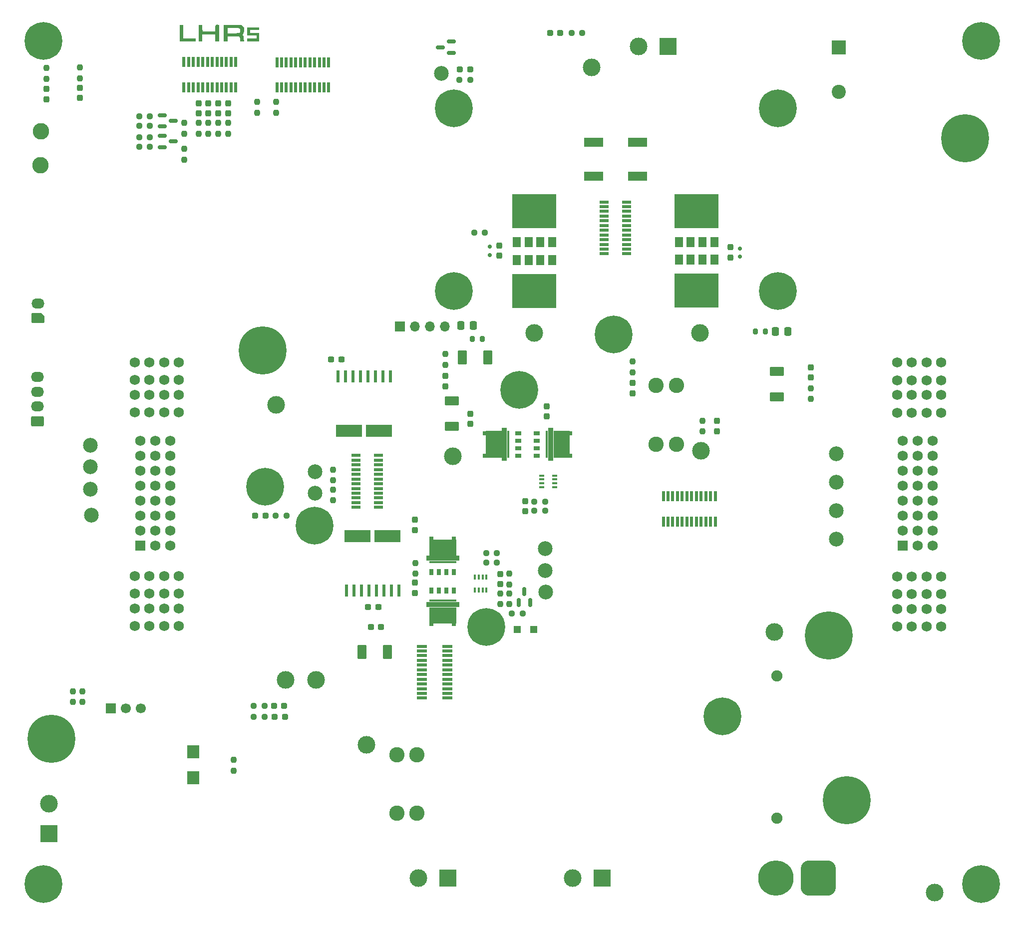
<source format=gbr>
%TF.GenerationSoftware,KiCad,Pcbnew,9.0.6*%
%TF.CreationDate,2026-01-13T22:37:07-06:00*%
%TF.ProjectId,LV Carrier Board,4c562043-6172-4726-9965-7220426f6172,rev?*%
%TF.SameCoordinates,Original*%
%TF.FileFunction,Soldermask,Top*%
%TF.FilePolarity,Negative*%
%FSLAX46Y46*%
G04 Gerber Fmt 4.6, Leading zero omitted, Abs format (unit mm)*
G04 Created by KiCad (PCBNEW 9.0.6) date 2026-01-13 22:37:07*
%MOMM*%
%LPD*%
G01*
G04 APERTURE LIST*
G04 Aperture macros list*
%AMRoundRect*
0 Rectangle with rounded corners*
0 $1 Rounding radius*
0 $2 $3 $4 $5 $6 $7 $8 $9 X,Y pos of 4 corners*
0 Add a 4 corners polygon primitive as box body*
4,1,4,$2,$3,$4,$5,$6,$7,$8,$9,$2,$3,0*
0 Add four circle primitives for the rounded corners*
1,1,$1+$1,$2,$3*
1,1,$1+$1,$4,$5*
1,1,$1+$1,$6,$7*
1,1,$1+$1,$8,$9*
0 Add four rect primitives between the rounded corners*
20,1,$1+$1,$2,$3,$4,$5,0*
20,1,$1+$1,$4,$5,$6,$7,0*
20,1,$1+$1,$6,$7,$8,$9,0*
20,1,$1+$1,$8,$9,$2,$3,0*%
%AMFreePoly0*
4,1,22,0.945671,0.830970,1.026777,0.776777,1.080970,0.695671,1.100000,0.600000,1.100000,-0.600000,1.080970,-0.695671,1.026777,-0.776777,0.945671,-0.830970,0.850000,-0.850000,-0.450000,-0.850000,-0.545671,-0.830970,-0.626777,-0.776777,-1.026777,-0.376777,-1.080970,-0.295671,-1.100000,-0.200000,-1.100000,0.600000,-1.080970,0.695671,-1.026777,0.776777,-0.945671,0.830970,-0.850000,0.850000,
0.850000,0.850000,0.945671,0.830970,0.945671,0.830970,$1*%
G04 Aperture macros list end*
%ADD10C,0.000000*%
%ADD11C,2.800000*%
%ADD12RoundRect,0.237500X0.237500X-0.300000X0.237500X0.300000X-0.237500X0.300000X-0.237500X-0.300000X0*%
%ADD13R,1.000000X0.750000*%
%ADD14R,0.480000X0.750000*%
%ADD15R,2.720000X4.560000*%
%ADD16R,0.910000X5.560000*%
%ADD17R,0.420000X4.560000*%
%ADD18C,2.500000*%
%ADD19R,4.410000X2.000000*%
%ADD20R,0.600000X2.000000*%
%ADD21FreePoly0,180.000000*%
%ADD22O,2.200000X1.700000*%
%ADD23C,3.600000*%
%ADD24C,6.400000*%
%ADD25RoundRect,0.237500X-0.237500X0.250000X-0.237500X-0.250000X0.237500X-0.250000X0.237500X0.250000X0*%
%ADD26RoundRect,0.163043X-1.036957X0.586957X-1.036957X-0.586957X1.036957X-0.586957X1.036957X0.586957X0*%
%ADD27RoundRect,0.163043X-0.586957X-1.036957X0.586957X-1.036957X0.586957X1.036957X-0.586957X1.036957X0*%
%ADD28R,1.200000X1.200000*%
%ADD29RoundRect,0.237500X0.237500X-0.250000X0.237500X0.250000X-0.237500X0.250000X-0.237500X-0.250000X0*%
%ADD30RoundRect,0.237500X-0.250000X-0.237500X0.250000X-0.237500X0.250000X0.237500X-0.250000X0.237500X0*%
%ADD31RoundRect,0.150000X0.587500X0.150000X-0.587500X0.150000X-0.587500X-0.150000X0.587500X-0.150000X0*%
%ADD32C,3.000000*%
%ADD33R,0.450000X0.900000*%
%ADD34R,1.700000X1.700000*%
%ADD35C,1.700000*%
%ADD36RoundRect,0.237500X0.250000X0.237500X-0.250000X0.237500X-0.250000X-0.237500X0.250000X-0.237500X0*%
%ADD37RoundRect,0.102000X-0.765000X0.765000X-0.765000X-0.765000X0.765000X-0.765000X0.765000X0.765000X0*%
%ADD38C,1.734000*%
%ADD39RoundRect,0.200000X-0.200000X-0.275000X0.200000X-0.275000X0.200000X0.275000X-0.200000X0.275000X0*%
%ADD40RoundRect,0.250000X-0.337500X-0.475000X0.337500X-0.475000X0.337500X0.475000X-0.337500X0.475000X0*%
%ADD41RoundRect,0.237500X-0.237500X0.300000X-0.237500X-0.300000X0.237500X-0.300000X0.237500X0.300000X0*%
%ADD42RoundRect,0.150000X-0.587500X-0.150000X0.587500X-0.150000X0.587500X0.150000X-0.587500X0.150000X0*%
%ADD43RoundRect,0.237500X0.300000X0.237500X-0.300000X0.237500X-0.300000X-0.237500X0.300000X-0.237500X0*%
%ADD44RoundRect,0.150000X0.150000X-0.587500X0.150000X0.587500X-0.150000X0.587500X-0.150000X-0.587500X0*%
%ADD45RoundRect,0.237500X0.287500X0.237500X-0.287500X0.237500X-0.287500X-0.237500X0.287500X-0.237500X0*%
%ADD46RoundRect,0.237500X0.237500X-0.287500X0.237500X0.287500X-0.237500X0.287500X-0.237500X-0.287500X0*%
%ADD47R,2.150000X2.250000*%
%ADD48C,8.115000*%
%ADD49O,1.700000X1.700000*%
%ADD50RoundRect,0.102000X-0.590000X0.765000X-0.590000X-0.765000X0.590000X-0.765000X0.590000X0.765000X0*%
%ADD51RoundRect,0.102000X-3.605000X2.815000X-3.605000X-2.815000X3.605000X-2.815000X3.605000X2.815000X0*%
%ADD52R,3.000000X3.000000*%
%ADD53RoundRect,0.237500X-0.287500X-0.237500X0.287500X-0.237500X0.287500X0.237500X-0.287500X0.237500X0*%
%ADD54R,2.400000X2.400000*%
%ADD55C,2.400000*%
%ADD56R,3.250000X1.550000*%
%ADD57RoundRect,0.237500X-0.300000X-0.237500X0.300000X-0.237500X0.300000X0.237500X-0.300000X0.237500X0*%
%ADD58R,1.500000X0.550000*%
%ADD59RoundRect,0.200000X0.200000X0.275000X-0.200000X0.275000X-0.200000X-0.275000X0.200000X-0.275000X0*%
%ADD60RoundRect,0.150000X-0.200000X0.150000X-0.200000X-0.150000X0.200000X-0.150000X0.200000X0.150000X0*%
%ADD61RoundRect,0.102000X0.590000X-0.765000X0.590000X0.765000X-0.590000X0.765000X-0.590000X-0.765000X0*%
%ADD62RoundRect,0.102000X3.605000X-2.815000X3.605000X2.815000X-3.605000X2.815000X-3.605000X-2.815000X0*%
%ADD63RoundRect,0.237500X-0.237500X0.287500X-0.237500X-0.287500X0.237500X-0.287500X0.237500X0.287500X0*%
%ADD64R,0.550000X1.800000*%
%ADD65C,2.604000*%
%ADD66R,0.750000X1.000000*%
%ADD67R,0.750000X0.480000*%
%ADD68R,4.560000X2.720000*%
%ADD69R,5.560000X0.910000*%
%ADD70R,4.560000X0.420000*%
%ADD71RoundRect,0.150000X0.200000X-0.150000X0.200000X0.150000X-0.200000X0.150000X-0.200000X-0.150000X0*%
%ADD72RoundRect,1.500000X1.500000X1.500000X-1.500000X1.500000X-1.500000X-1.500000X1.500000X-1.500000X0*%
%ADD73C,6.000000*%
%ADD74C,1.905000*%
%ADD75R,1.800000X0.550000*%
%ADD76RoundRect,0.250000X0.337500X0.475000X-0.337500X0.475000X-0.337500X-0.475000X0.337500X-0.475000X0*%
%ADD77RoundRect,0.250000X0.850000X0.600000X-0.850000X0.600000X-0.850000X-0.600000X0.850000X-0.600000X0*%
%ADD78R,0.900000X0.450000*%
G04 APERTURE END LIST*
D10*
%TO.C,LOGO2*%
G36*
X41750794Y-25396905D02*
G01*
X41775993Y-26530833D01*
X42796528Y-26544476D01*
X43817064Y-26558119D01*
X43817064Y-26809059D01*
X43817064Y-27060000D01*
X42480751Y-27060000D01*
X41144438Y-27060000D01*
X41157834Y-25661488D01*
X41171231Y-24262976D01*
X41448413Y-24262976D01*
X41725596Y-24262976D01*
X41750794Y-25396905D01*
G37*
G36*
X54615873Y-24910198D02*
G01*
X54615873Y-25136984D01*
X53834722Y-25136984D01*
X53053571Y-25136984D01*
X53053571Y-25388968D01*
X53053571Y-25640952D01*
X53834722Y-25640952D01*
X54615873Y-25640952D01*
X54615873Y-26346508D01*
X54615873Y-27052063D01*
X53607936Y-27052063D01*
X52600000Y-27052063D01*
X52600000Y-26825278D01*
X52600000Y-26598492D01*
X53381151Y-26598492D01*
X54162301Y-26598492D01*
X54162301Y-26346508D01*
X54162301Y-26094524D01*
X53381151Y-26094524D01*
X52600000Y-26094524D01*
X52600000Y-25388968D01*
X52600000Y-24683413D01*
X53607936Y-24683413D01*
X54615873Y-24683413D01*
X54615873Y-24910198D01*
G37*
G36*
X47626828Y-24246870D02*
G01*
X47823612Y-24262976D01*
X47837008Y-25661488D01*
X47850404Y-27060000D01*
X47523678Y-27060000D01*
X47196952Y-27060000D01*
X47182703Y-26493036D01*
X47168453Y-25926071D01*
X46073982Y-25912494D01*
X44979510Y-25898916D01*
X44965251Y-26466859D01*
X44950993Y-27034801D01*
X44635211Y-27049826D01*
X44319429Y-27064851D01*
X44332830Y-25663914D01*
X44346231Y-24262976D01*
X44602691Y-24248025D01*
X44801790Y-24252861D01*
X44910363Y-24295420D01*
X44915728Y-24301244D01*
X44941275Y-24378573D01*
X44964051Y-24531243D01*
X44980876Y-24733801D01*
X44986847Y-24870561D01*
X45001389Y-25371706D01*
X46084921Y-25371706D01*
X47168453Y-25371706D01*
X47182752Y-24830474D01*
X47192061Y-24572555D01*
X47211771Y-24399779D01*
X47253781Y-24296509D01*
X47329990Y-24247105D01*
X47452298Y-24235930D01*
X47626828Y-24246870D01*
G37*
G36*
X49856389Y-24242880D02*
G01*
X50179517Y-24246724D01*
X50647725Y-24255193D01*
X51025655Y-24267869D01*
X51323823Y-24288856D01*
X51552744Y-24322257D01*
X51722934Y-24372178D01*
X51844908Y-24442721D01*
X51929182Y-24537992D01*
X51986272Y-24662094D01*
X52026693Y-24819132D01*
X52055352Y-24978856D01*
X52065781Y-25181314D01*
X52042188Y-25403805D01*
X51991695Y-25612348D01*
X51921422Y-25772966D01*
X51877371Y-25828160D01*
X51813130Y-25894076D01*
X51813297Y-25946382D01*
X51880288Y-26026572D01*
X51889499Y-26036385D01*
X51945563Y-26111351D01*
X51982230Y-26208775D01*
X52005316Y-26353634D01*
X52020634Y-26570905D01*
X52022438Y-26607429D01*
X52044076Y-27060000D01*
X51710332Y-27060000D01*
X51376588Y-27060000D01*
X51376588Y-26764415D01*
X51364342Y-26557713D01*
X51321898Y-26414351D01*
X51272136Y-26336042D01*
X51167685Y-26203254D01*
X50213803Y-26203254D01*
X49259921Y-26203254D01*
X49259921Y-26631627D01*
X49259921Y-27060000D01*
X48932342Y-27060000D01*
X48604762Y-27060000D01*
X48604762Y-25675047D01*
X48604762Y-25212116D01*
X48604762Y-24792143D01*
X49259921Y-24792143D01*
X49259921Y-25212116D01*
X49264188Y-25409653D01*
X49275542Y-25567374D01*
X49291816Y-25659012D01*
X49297719Y-25670099D01*
X49357819Y-25681199D01*
X49502244Y-25689204D01*
X49714564Y-25693761D01*
X49978345Y-25694519D01*
X50277158Y-25691126D01*
X50278719Y-25691098D01*
X50615482Y-25684007D01*
X50865965Y-25675610D01*
X51044681Y-25664404D01*
X51166141Y-25648885D01*
X51244859Y-25627551D01*
X51295349Y-25598897D01*
X51311853Y-25584093D01*
X51377195Y-25465962D01*
X51401407Y-25274497D01*
X51401786Y-25239462D01*
X51391791Y-25070129D01*
X51353410Y-24963196D01*
X51282810Y-24888484D01*
X51232720Y-24854546D01*
X51168423Y-24829601D01*
X51074814Y-24812287D01*
X50936788Y-24801247D01*
X50739240Y-24795123D01*
X50467064Y-24792554D01*
X50211878Y-24792143D01*
X49259921Y-24792143D01*
X48604762Y-24792143D01*
X48604762Y-24290095D01*
X48730608Y-24258509D01*
X48813764Y-24250726D01*
X48982805Y-24245150D01*
X49222847Y-24241903D01*
X49519004Y-24241106D01*
X49856389Y-24242880D01*
G37*
%TD*%
D11*
%TO.C,TP23*%
X17550000Y-48100000D03*
%TD*%
%TO.C,TP20*%
X17600000Y-42350000D03*
%TD*%
D12*
%TO.C,C12*%
X103400000Y-90662500D03*
X103400000Y-88937500D03*
%TD*%
%TO.C,CMOSFET1*%
X134500000Y-63712500D03*
X134500000Y-61987500D03*
%TD*%
D13*
%TO.C,Q9*%
X101720000Y-93500000D03*
X101720000Y-94770000D03*
X101720000Y-96040000D03*
X101720000Y-97310000D03*
D14*
X107480000Y-97310000D03*
X107480000Y-93500000D03*
D15*
X105880000Y-95405000D03*
D16*
X104065000Y-95405000D03*
D17*
X103400000Y-95405000D03*
%TD*%
D18*
%TO.C,TP4*%
X152500000Y-111500000D03*
%TD*%
%TO.C,TP13*%
X152500000Y-97000000D03*
%TD*%
D19*
%TO.C,IC4*%
X76400000Y-110950000D03*
X71320000Y-110950000D03*
D20*
X69415000Y-120250000D03*
X70685000Y-120250000D03*
X71955000Y-120250000D03*
X73225000Y-120250000D03*
X74495000Y-120250000D03*
X75765000Y-120250000D03*
X77035000Y-120250000D03*
X78305000Y-120250000D03*
%TD*%
D21*
%TO.C,J4*%
X17070000Y-74000000D03*
D22*
X17070000Y-71500000D03*
%TD*%
D23*
%TO.C,H5*%
X114700000Y-76800000D03*
D24*
X114700000Y-76800000D03*
%TD*%
D25*
%TO.C,R12*%
X18550000Y-31562500D03*
X18550000Y-33387500D03*
%TD*%
D26*
%TO.C,D27*%
X87300000Y-88050000D03*
X87300000Y-92350000D03*
%TD*%
D27*
%TO.C,D26*%
X72049999Y-130600000D03*
X76349999Y-130600000D03*
%TD*%
D28*
%TO.C,D5*%
X98400000Y-126800000D03*
X101199998Y-126800000D03*
%TD*%
D29*
%TO.C,R37*%
X129750000Y-93212500D03*
X129750000Y-91387500D03*
%TD*%
D30*
%TO.C,R44*%
X93087500Y-113900000D03*
X94912500Y-113900000D03*
%TD*%
%TO.C,R21*%
X34275000Y-39800000D03*
X36100000Y-39800000D03*
%TD*%
D31*
%TO.C,D1*%
X87187500Y-29000000D03*
X87187500Y-27100000D03*
X85312500Y-28050000D03*
%TD*%
D32*
%TO.C,TP26*%
X59100000Y-135400000D03*
%TD*%
%TO.C,TP19*%
X57500000Y-88700000D03*
%TD*%
D18*
%TO.C,TP12*%
X26000000Y-95600000D03*
%TD*%
D30*
%TO.C,R13*%
X101287500Y-105100000D03*
X103112500Y-105100000D03*
%TD*%
D33*
%TO.C,IC1*%
X91200000Y-120100000D03*
X91850000Y-120100000D03*
X92500000Y-120100000D03*
X93150000Y-120100000D03*
X93150000Y-117900000D03*
X92500000Y-117900000D03*
X91850000Y-117900000D03*
X91200000Y-117900000D03*
%TD*%
D34*
%TO.C,J13*%
X29420000Y-140185000D03*
D35*
X31960000Y-140185000D03*
X34500000Y-140185000D03*
%TD*%
D36*
%TO.C,R1*%
X94912500Y-115500000D03*
X93087500Y-115500000D03*
%TD*%
D32*
%TO.C,TP9*%
X129500000Y-96500000D03*
%TD*%
D29*
%TO.C,R11*%
X41900000Y-47112500D03*
X41900000Y-45287500D03*
%TD*%
D36*
%TO.C,R22*%
X36100000Y-41400000D03*
X34275000Y-41400000D03*
%TD*%
D32*
%TO.C,TP21*%
X72800000Y-146400000D03*
%TD*%
D37*
%TO.C,U2*%
X163710000Y-112630000D03*
D38*
X163710000Y-110090000D03*
X163710000Y-107550000D03*
X163710000Y-105010000D03*
X163710000Y-102470000D03*
X163710000Y-99930000D03*
X163710000Y-97390000D03*
X163710000Y-94850000D03*
X166250000Y-112630000D03*
X166250000Y-110090000D03*
X166250000Y-107550000D03*
X166250000Y-105010000D03*
X166250000Y-102470000D03*
X166250000Y-99930000D03*
X166250000Y-97390000D03*
X166250000Y-94850000D03*
X168790000Y-112630000D03*
X168790000Y-110090000D03*
X168790000Y-107550000D03*
X168790000Y-105010000D03*
X168790000Y-102470000D03*
X168790000Y-99930000D03*
X168790000Y-97390000D03*
X168790000Y-94850000D03*
X170300000Y-123300000D03*
X167800000Y-123300000D03*
X165300000Y-123300000D03*
X162800000Y-123300000D03*
X170300000Y-126300000D03*
X167800000Y-126300000D03*
X165300000Y-126300000D03*
X162800000Y-126300000D03*
X170300000Y-117800000D03*
X167800000Y-117800000D03*
X165300000Y-117800000D03*
X162800000Y-117800000D03*
X170300000Y-120800000D03*
X167800000Y-120800000D03*
X165300000Y-120800000D03*
X162800000Y-120800000D03*
X170300000Y-87040000D03*
X167800000Y-87040000D03*
X165300000Y-87040000D03*
X162800000Y-87040000D03*
X170300000Y-90040000D03*
X167800000Y-90040000D03*
X165300000Y-90040000D03*
X162800000Y-90040000D03*
X170300000Y-81540000D03*
X167800000Y-81540000D03*
X165300000Y-81540000D03*
X162800000Y-81540000D03*
X170300000Y-84540000D03*
X167800000Y-84540000D03*
X165300000Y-84540000D03*
X162800000Y-84540000D03*
%TD*%
D39*
%TO.C,R3*%
X138800000Y-76300000D03*
X140450000Y-76300000D03*
%TD*%
D40*
%TO.C,C1*%
X142162500Y-76300000D03*
X144237500Y-76300000D03*
%TD*%
D41*
%TO.C,C13*%
X46000000Y-37537500D03*
X46000000Y-39262500D03*
%TD*%
D36*
%TO.C,R24*%
X36100000Y-44900000D03*
X34275000Y-44900000D03*
%TD*%
D25*
%TO.C,R18*%
X24200000Y-31487500D03*
X24200000Y-33312500D03*
%TD*%
D42*
%TO.C,Q11*%
X38162500Y-43100000D03*
X38162500Y-45000000D03*
X40037500Y-44050000D03*
%TD*%
D18*
%TO.C,TP2*%
X26000000Y-99200000D03*
%TD*%
D25*
%TO.C,R14*%
X97050000Y-120700000D03*
X97050000Y-122525000D03*
%TD*%
D43*
%TO.C,C8*%
X75262500Y-126400000D03*
X73537500Y-126400000D03*
%TD*%
D44*
%TO.C,Q6*%
X98650000Y-122280000D03*
X100550000Y-122280000D03*
X99600000Y-120404999D03*
%TD*%
D36*
%TO.C,R28*%
X59262500Y-107550000D03*
X57437500Y-107550000D03*
%TD*%
D45*
%TO.C,D2*%
X58987500Y-141600000D03*
X57237500Y-141600000D03*
%TD*%
D46*
%TO.C,D20*%
X117900000Y-86775000D03*
X117900000Y-85025000D03*
%TD*%
D47*
%TO.C,D13*%
X43470000Y-147595000D03*
X43470000Y-151995000D03*
%TD*%
D32*
%TO.C,TP25*%
X64300000Y-135400000D03*
%TD*%
D29*
%TO.C,R31*%
X148200000Y-87712500D03*
X148200000Y-85887500D03*
%TD*%
D18*
%TO.C,TP6*%
X152500000Y-106666667D03*
%TD*%
%TO.C,TP1*%
X26200000Y-107400000D03*
%TD*%
D25*
%TO.C,R29*%
X81100000Y-115537500D03*
X81100000Y-117362500D03*
%TD*%
D30*
%TO.C,R36*%
X91075000Y-59500000D03*
X92900000Y-59500000D03*
%TD*%
D25*
%TO.C,R27*%
X86150000Y-80112500D03*
X86150000Y-81937500D03*
%TD*%
D12*
%TO.C,C9*%
X90400000Y-91962500D03*
X90400000Y-90237500D03*
%TD*%
D48*
%TO.C,J16*%
X19390000Y-145350000D03*
%TD*%
D34*
%TO.C,J7*%
X78520000Y-75400000D03*
D49*
X81060000Y-75400000D03*
X83600000Y-75400000D03*
X86140000Y-75400000D03*
%TD*%
D48*
%TO.C,J15*%
X154300000Y-155740000D03*
%TD*%
D50*
%TO.C,Q1*%
X131800000Y-64100000D03*
X129800000Y-64100000D03*
X127800000Y-64100000D03*
X125800000Y-64100000D03*
D51*
X128800000Y-69350000D03*
%TD*%
D52*
%TO.C,J8*%
X112800000Y-169000000D03*
D32*
X107800000Y-169000000D03*
%TD*%
D53*
%TO.C,D8*%
X103925000Y-25600000D03*
X105675000Y-25600000D03*
%TD*%
D29*
%TO.C,R30*%
X67175000Y-104912500D03*
X67175000Y-103087500D03*
%TD*%
%TO.C,R42*%
X24600000Y-139112500D03*
X24600000Y-137287500D03*
%TD*%
D30*
%TO.C,R15*%
X97487500Y-124100000D03*
X99312500Y-124100000D03*
%TD*%
D53*
%TO.C,D15*%
X53962500Y-107550000D03*
X55712500Y-107550000D03*
%TD*%
D29*
%TO.C,R8*%
X54250000Y-39162500D03*
X54250000Y-37337500D03*
%TD*%
D50*
%TO.C,Q3*%
X104300000Y-64125000D03*
X102300000Y-64125000D03*
X100300000Y-64125000D03*
X98300000Y-64125000D03*
D51*
X101300000Y-69375000D03*
%TD*%
D32*
%TO.C,TP11*%
X87450000Y-97400000D03*
%TD*%
D54*
%TO.C,C3*%
X152900000Y-28087246D03*
D55*
X152900000Y-35587246D03*
%TD*%
D56*
%TO.C,R6*%
X111300000Y-49900000D03*
X111300000Y-44200000D03*
%TD*%
D57*
%TO.C,C5*%
X66837500Y-81050000D03*
X68562500Y-81050000D03*
%TD*%
D29*
%TO.C,R34*%
X67175000Y-101537500D03*
X67175000Y-99712500D03*
%TD*%
D18*
%TO.C,TP27*%
X64050000Y-100050000D03*
%TD*%
D48*
%TO.C,J14*%
X151250000Y-127840000D03*
%TD*%
D37*
%TO.C,U4*%
X34420000Y-112580000D03*
D38*
X34420000Y-110040000D03*
X34420000Y-107500000D03*
X34420000Y-104960000D03*
X34420000Y-102420000D03*
X34420000Y-99880000D03*
X34420000Y-97340000D03*
X34420000Y-94800000D03*
X36960000Y-112580000D03*
X36960000Y-110040000D03*
X36960000Y-107500000D03*
X36960000Y-104960000D03*
X36960000Y-102420000D03*
X36960000Y-99880000D03*
X36960000Y-97340000D03*
X36960000Y-94800000D03*
X39500000Y-112580000D03*
X39500000Y-110040000D03*
X39500000Y-107500000D03*
X39500000Y-104960000D03*
X39500000Y-102420000D03*
X39500000Y-99880000D03*
X39500000Y-97340000D03*
X39500000Y-94800000D03*
X41010000Y-123250000D03*
X38510000Y-123250000D03*
X36010000Y-123250000D03*
X33510000Y-123250000D03*
X41010000Y-126250000D03*
X38510000Y-126250000D03*
X36010000Y-126250000D03*
X33510000Y-126250000D03*
X41010000Y-117750000D03*
X38510000Y-117750000D03*
X36010000Y-117750000D03*
X33510000Y-117750000D03*
X41010000Y-120750000D03*
X38510000Y-120750000D03*
X36010000Y-120750000D03*
X33510000Y-120750000D03*
X41010000Y-86990000D03*
X38510000Y-86990000D03*
X36010000Y-86990000D03*
X33510000Y-86990000D03*
X41010000Y-89990000D03*
X38510000Y-89990000D03*
X36010000Y-89990000D03*
X33510000Y-89990000D03*
X41010000Y-81490000D03*
X38510000Y-81490000D03*
X36010000Y-81490000D03*
X33510000Y-81490000D03*
X41010000Y-84490000D03*
X38510000Y-84490000D03*
X36010000Y-84490000D03*
X33510000Y-84490000D03*
%TD*%
D32*
%TO.C,TP14*%
X111000000Y-31500000D03*
%TD*%
D58*
%TO.C,J6*%
X113150000Y-54300000D03*
X116950000Y-54300000D03*
X113150000Y-55100000D03*
X116950000Y-55100000D03*
X113150000Y-55900000D03*
X116950000Y-55900000D03*
X113150000Y-56700000D03*
X116950000Y-56700000D03*
X113150000Y-57500000D03*
X116950000Y-57500000D03*
X113150000Y-58300000D03*
X116950000Y-58300000D03*
X113150000Y-59100000D03*
X116950000Y-59100000D03*
X113150000Y-59900000D03*
X116950000Y-59900000D03*
X113150000Y-60700000D03*
X116950000Y-60700000D03*
X113150000Y-61500000D03*
X116950000Y-61500000D03*
X113150000Y-62300000D03*
X116950000Y-62300000D03*
X113150000Y-63100000D03*
X116950000Y-63100000D03*
D23*
X142600000Y-69400000D03*
D24*
X142600000Y-69400000D03*
D23*
X142600000Y-38400000D03*
D24*
X142600000Y-38400000D03*
D23*
X87600000Y-69400000D03*
D24*
X87600000Y-69400000D03*
D23*
X87600000Y-38400000D03*
D24*
X87600000Y-38400000D03*
%TD*%
D32*
%TO.C,TP15*%
X169200000Y-171400000D03*
%TD*%
D59*
%TO.C,R4*%
X92425000Y-77500000D03*
X90775000Y-77500000D03*
%TD*%
D18*
%TO.C,TP10*%
X85500000Y-32500000D03*
%TD*%
D52*
%TO.C,J12*%
X19000000Y-161400000D03*
D32*
X19000000Y-156400000D03*
%TD*%
D25*
%TO.C,R41*%
X95500000Y-120700000D03*
X95500000Y-122525000D03*
%TD*%
D46*
%TO.C,D14*%
X86200000Y-85575000D03*
X86200000Y-83825000D03*
%TD*%
D18*
%TO.C,TP8*%
X103100000Y-116800000D03*
%TD*%
D23*
%TO.C,H2*%
X177000000Y-27000000D03*
D24*
X177000000Y-27000000D03*
%TD*%
D23*
%TO.C,H3*%
X177000000Y-170000000D03*
D24*
X177000000Y-170000000D03*
%TD*%
D60*
%TO.C,D9*%
X136100000Y-63575000D03*
X136100000Y-62175000D03*
%TD*%
D48*
%TO.C,J11*%
X174350000Y-43500000D03*
%TD*%
D29*
%TO.C,R7*%
X57500000Y-39162500D03*
X57500000Y-37337500D03*
%TD*%
%TO.C,R10*%
X41900000Y-42712500D03*
X41900000Y-40887500D03*
%TD*%
D41*
%TO.C,C15*%
X49333333Y-37537500D03*
X49333333Y-39262500D03*
%TD*%
%TO.C,CMOSFET3*%
X95300000Y-61712500D03*
X95300000Y-63437500D03*
%TD*%
D61*
%TO.C,Q4*%
X98300000Y-61125000D03*
X100300000Y-61125000D03*
X102300000Y-61125000D03*
X104300000Y-61125000D03*
D62*
X101300000Y-55875000D03*
%TD*%
D63*
%TO.C,D19*%
X148200000Y-82325000D03*
X148200000Y-84075000D03*
%TD*%
D46*
%TO.C,D22*%
X132250000Y-93175000D03*
X132250000Y-91425000D03*
%TD*%
D19*
%TO.C,IC3*%
X69860000Y-93150000D03*
X74940000Y-93150000D03*
D20*
X76845000Y-83850000D03*
X75575000Y-83850000D03*
X74305000Y-83850000D03*
X73035000Y-83850000D03*
X71765000Y-83850000D03*
X70495000Y-83850000D03*
X69225000Y-83850000D03*
X67955000Y-83850000D03*
%TD*%
D32*
%TO.C,TP18*%
X101300000Y-76500000D03*
%TD*%
D45*
%TO.C,D7*%
X58875000Y-139800000D03*
X57125000Y-139800000D03*
%TD*%
D18*
%TO.C,TP7*%
X103200000Y-120500000D03*
%TD*%
D46*
%TO.C,D16*%
X81050000Y-120625000D03*
X81050000Y-118875000D03*
%TD*%
D25*
%TO.C,R32*%
X117900000Y-81387500D03*
X117900000Y-83212500D03*
%TD*%
D29*
%TO.C,R45*%
X49333333Y-42712500D03*
X49333333Y-40887500D03*
%TD*%
D61*
%TO.C,Q2*%
X125800000Y-61100000D03*
X127800000Y-61100000D03*
X129800000Y-61100000D03*
X131800000Y-61100000D03*
D62*
X128800000Y-55850000D03*
%TD*%
D23*
%TO.C,H4*%
X18000000Y-170000000D03*
D24*
X18000000Y-170000000D03*
%TD*%
D30*
%TO.C,R26*%
X88575000Y-33600000D03*
X90400000Y-33600000D03*
%TD*%
D41*
%TO.C,C6*%
X95496828Y-117388207D03*
X95496828Y-119113207D03*
%TD*%
D52*
%TO.C,J9*%
X123950000Y-27900000D03*
D32*
X118950000Y-27900000D03*
%TD*%
%TO.C,TP17*%
X142000000Y-127200000D03*
%TD*%
D23*
%TO.C,H1*%
X18000000Y-27000000D03*
D24*
X18000000Y-27000000D03*
%TD*%
D13*
%TO.C,Q7*%
X98560000Y-97310000D03*
X98560000Y-96040000D03*
X98560000Y-94770000D03*
X98560000Y-93500000D03*
D14*
X92800000Y-93500000D03*
X92800000Y-97310000D03*
D15*
X94400000Y-95405000D03*
D16*
X96215000Y-95405000D03*
D17*
X96880000Y-95405000D03*
%TD*%
D18*
%TO.C,TP16*%
X64050000Y-103700000D03*
%TD*%
D46*
%TO.C,D12*%
X24200000Y-36675000D03*
X24200000Y-34925000D03*
%TD*%
D25*
%TO.C,R33*%
X97050707Y-117338207D03*
X97050707Y-119163207D03*
%TD*%
D26*
%TO.C,D3*%
X142400000Y-83049999D03*
X142400000Y-87349999D03*
%TD*%
D32*
%TO.C,TP22*%
X129400000Y-76500000D03*
%TD*%
D64*
%TO.C,U5*%
X57613911Y-34900002D03*
X57613910Y-30600061D03*
X58413910Y-34900061D03*
X58413910Y-30600000D03*
X59213910Y-34900061D03*
X59213911Y-30600000D03*
X60013910Y-34900061D03*
X60013909Y-30600000D03*
X60813910Y-34900061D03*
X60813910Y-30600000D03*
X61613910Y-34900061D03*
X61613908Y-30600000D03*
X62413910Y-34900061D03*
X62413909Y-30600000D03*
X63213910Y-34900061D03*
X63213910Y-30600000D03*
X64013909Y-34900002D03*
X64013909Y-30600000D03*
X64813909Y-34900002D03*
X64813909Y-30600000D03*
X65613908Y-34900002D03*
X65613908Y-30600000D03*
X66413909Y-34900002D03*
X66413909Y-30600000D03*
X41859933Y-34850002D03*
X41859933Y-30550000D03*
X42659932Y-34850002D03*
X42659932Y-30550000D03*
X43459933Y-34850002D03*
X43459933Y-30550000D03*
X44259931Y-34850002D03*
X44259931Y-30550000D03*
X45059932Y-34850002D03*
X45059932Y-30550000D03*
X45859930Y-34850002D03*
X45859930Y-30550000D03*
X46659931Y-34850002D03*
X46659931Y-30550000D03*
X47459932Y-34850002D03*
X47459932Y-30550000D03*
X48259931Y-34850002D03*
X48259931Y-30550000D03*
X49059931Y-34850002D03*
X49059931Y-30550000D03*
X49859930Y-34850002D03*
X49859930Y-30550000D03*
X50659931Y-34850002D03*
X50659931Y-30550000D03*
%TD*%
D18*
%TO.C,TP5*%
X152500000Y-101833333D03*
%TD*%
D52*
%TO.C,J5*%
X86600000Y-169000000D03*
D32*
X81600000Y-169000000D03*
%TD*%
D30*
%TO.C,R19*%
X53687500Y-139800000D03*
X55512500Y-139800000D03*
%TD*%
D29*
%TO.C,R38*%
X50280000Y-150762500D03*
X50280000Y-148937500D03*
%TD*%
D65*
%TO.C,F1*%
X78000000Y-157960000D03*
X81400000Y-157960000D03*
X78000000Y-148040000D03*
X81400000Y-148040000D03*
%TD*%
D66*
%TO.C,Q8*%
X83840000Y-117080000D03*
X85110000Y-117080000D03*
X86380000Y-117080000D03*
X87650000Y-117080000D03*
D67*
X87650000Y-111320000D03*
X83840000Y-111320000D03*
D68*
X85745000Y-112920000D03*
D69*
X85745000Y-114735000D03*
D70*
X85745000Y-115400000D03*
%TD*%
D18*
%TO.C,TP28*%
X103100000Y-113075000D03*
%TD*%
D30*
%TO.C,R16*%
X53687500Y-141600000D03*
X55512500Y-141600000D03*
%TD*%
D29*
%TO.C,R43*%
X22999491Y-139108827D03*
X22999491Y-137283827D03*
%TD*%
D65*
%TO.C,F3*%
X121950000Y-95360000D03*
X125350000Y-95360000D03*
X121950000Y-85440000D03*
X125350000Y-85440000D03*
%TD*%
D53*
%TO.C,D10*%
X88657500Y-31800000D03*
X90407500Y-31800000D03*
%TD*%
D71*
%TO.C,D11*%
X93700000Y-61900000D03*
X93700000Y-63300000D03*
%TD*%
D36*
%TO.C,R39*%
X103112500Y-106700000D03*
X101287500Y-106700000D03*
%TD*%
D56*
%TO.C,R5*%
X118818020Y-49900000D03*
X118818020Y-44200000D03*
%TD*%
D48*
%TO.C,J10*%
X55200000Y-79500000D03*
%TD*%
D12*
%TO.C,C10*%
X81000000Y-109925000D03*
X81000000Y-108200000D03*
%TD*%
D42*
%TO.C,Q10*%
X38162500Y-39600000D03*
X38162500Y-41500000D03*
X40037500Y-40550000D03*
%TD*%
D72*
%TO.C,J3*%
X149400000Y-169000000D03*
D73*
X142200000Y-169000000D03*
%TD*%
D74*
%TO.C,F2*%
X142400000Y-134670000D03*
X142400000Y-158800000D03*
%TD*%
D46*
%TO.C,D6*%
X18525000Y-36875000D03*
X18525000Y-35125000D03*
%TD*%
D57*
%TO.C,C4*%
X73075000Y-123000000D03*
X74800000Y-123000000D03*
%TD*%
D29*
%TO.C,R35*%
X44333333Y-42712500D03*
X44333333Y-40887500D03*
%TD*%
D30*
%TO.C,R23*%
X34275000Y-43300000D03*
X36100000Y-43300000D03*
%TD*%
D41*
%TO.C,C14*%
X47666666Y-37537500D03*
X47666666Y-39262500D03*
%TD*%
D18*
%TO.C,TP3*%
X26000000Y-103000000D03*
%TD*%
D66*
%TO.C,Q5*%
X87650000Y-120240000D03*
X86380000Y-120240000D03*
X85110000Y-120240000D03*
X83840000Y-120240000D03*
D67*
X83840000Y-126000000D03*
X87650000Y-126000000D03*
D68*
X85745000Y-124400000D03*
D69*
X85745000Y-122585000D03*
D70*
X85745000Y-121920000D03*
%TD*%
D23*
%TO.C,H6*%
X55600000Y-102635110D03*
D24*
X55600000Y-102635110D03*
%TD*%
D41*
%TO.C,C11*%
X44333333Y-37537500D03*
X44333333Y-39262500D03*
%TD*%
D75*
%TO.C,U8*%
X86550000Y-138450000D03*
X82250000Y-138450000D03*
X86550000Y-137650000D03*
X82250000Y-137650000D03*
X86550000Y-136850000D03*
X82250000Y-136850000D03*
X86550000Y-136050000D03*
X82250000Y-136050000D03*
X86550000Y-135250000D03*
X82250000Y-135250000D03*
X86550000Y-134450000D03*
X82250000Y-134450000D03*
X86550000Y-133650000D03*
X82250000Y-133650000D03*
X86550000Y-132850000D03*
X82250000Y-132850000D03*
X86550000Y-132050000D03*
X82250000Y-132050000D03*
X86550000Y-131250000D03*
X82250000Y-131250000D03*
X86550000Y-130450000D03*
X82250000Y-130450000D03*
X86550000Y-129650000D03*
X82250000Y-129650000D03*
D64*
X131950000Y-104200000D03*
X131950000Y-108500000D03*
X131150000Y-104200000D03*
X131150000Y-108500000D03*
X130350000Y-104200000D03*
X130350000Y-108500000D03*
X129550000Y-104200000D03*
X129550000Y-108500000D03*
X128750000Y-104200000D03*
X128750000Y-108500000D03*
X127950000Y-104200000D03*
X127950000Y-108500000D03*
X127150000Y-104200000D03*
X127150000Y-108500000D03*
X126350000Y-104200000D03*
X126350000Y-108500000D03*
X125550000Y-104200000D03*
X125550000Y-108500000D03*
X124750000Y-104200000D03*
X124750000Y-108500000D03*
X123950000Y-104200000D03*
X123950000Y-108500000D03*
X123150000Y-104200000D03*
X123150000Y-108500000D03*
D23*
X93150000Y-126350000D03*
D24*
X93150000Y-126350000D03*
D23*
X133150000Y-141550000D03*
D24*
X133150000Y-141550000D03*
%TD*%
D76*
%TO.C,C2*%
X90912500Y-75225000D03*
X88837500Y-75225000D03*
%TD*%
D29*
%TO.C,R9*%
X47666666Y-42712500D03*
X47666666Y-40887500D03*
%TD*%
D77*
%TO.C,J2*%
X17000000Y-91500000D03*
D22*
X17000000Y-89000000D03*
X17000000Y-86500000D03*
X17000000Y-84000000D03*
%TD*%
D29*
%TO.C,R40*%
X46000000Y-42712500D03*
X46000000Y-40887500D03*
%TD*%
D58*
%TO.C,J1*%
X71000000Y-97300000D03*
X74800000Y-97300000D03*
X71000000Y-98100000D03*
X74800000Y-98100000D03*
X71000000Y-98900000D03*
X74800000Y-98900000D03*
X71000000Y-99700000D03*
X74800000Y-99700000D03*
X71000000Y-100500000D03*
X74800000Y-100500000D03*
X71000000Y-101300000D03*
X74800000Y-101300000D03*
X71000000Y-102100000D03*
X74800000Y-102100000D03*
X71000000Y-102900000D03*
X74800000Y-102900000D03*
X71000000Y-103700000D03*
X74800000Y-103700000D03*
X71000000Y-104500000D03*
X74800000Y-104500000D03*
X71000000Y-105300000D03*
X74800000Y-105300000D03*
X71000000Y-106100000D03*
X74800000Y-106100000D03*
D23*
X64010000Y-109229780D03*
D24*
X64010000Y-109229780D03*
D23*
X98719971Y-86159809D03*
D24*
X98719971Y-86159809D03*
%TD*%
D27*
%TO.C,D4*%
X89050000Y-80700000D03*
X93350000Y-80700000D03*
%TD*%
D78*
%TO.C,IC2*%
X102500000Y-100700000D03*
X102500000Y-101350000D03*
X102500000Y-102000000D03*
X102500000Y-102650000D03*
X104700000Y-102650000D03*
X104700000Y-102000000D03*
X104700000Y-101350000D03*
X104700000Y-100700000D03*
%TD*%
D36*
%TO.C,R25*%
X109400000Y-25600000D03*
X107575000Y-25600000D03*
%TD*%
D12*
%TO.C,C7*%
X99700000Y-106762500D03*
X99700000Y-105037500D03*
%TD*%
M02*

</source>
